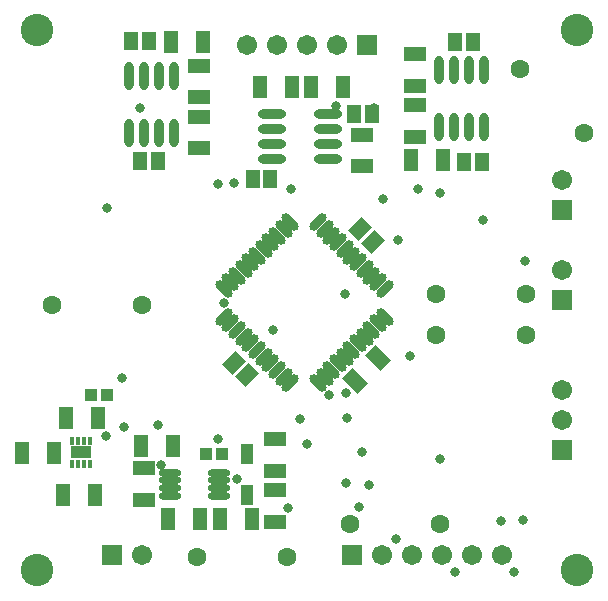
<source format=gbr>
G04 Layer_Color=8388736*
%FSLAX26Y26*%
%MOIN*%
%TF.FileFunction,Soldermask,Top*%
%TF.Part,Single*%
G01*
G75*
%TA.AperFunction,SMDPad,CuDef*%
%ADD42O,0.031622X0.094614*%
%ADD43R,0.051307X0.074929*%
%ADD44R,0.074929X0.051307*%
%ADD45R,0.041465X0.070992*%
%ADD46O,0.074929X0.025716*%
%ADD47O,0.094614X0.031622*%
G04:AMPARAMS|DCode=48|XSize=63.118mil|YSize=51.307mil|CornerRadius=0mil|HoleSize=0mil|Usage=FLASHONLY|Rotation=45.000|XOffset=0mil|YOffset=0mil|HoleType=Round|Shape=Rectangle|*
%AMROTATEDRECTD48*
4,1,4,-0.004176,-0.040456,-0.040456,-0.004176,0.004176,0.040456,0.040456,0.004176,-0.004176,-0.040456,0.0*
%
%ADD48ROTATEDRECTD48*%

%ADD49R,0.051307X0.063118*%
%ADD50R,0.039496X0.043433*%
G04:AMPARAMS|DCode=51|XSize=74.929mil|YSize=51.307mil|CornerRadius=0mil|HoleSize=0mil|Usage=FLASHONLY|Rotation=135.000|XOffset=0mil|YOffset=0mil|HoleType=Round|Shape=Rectangle|*
%AMROTATEDRECTD51*
4,1,4,0.044631,-0.008352,0.008352,-0.044631,-0.044631,0.008352,-0.008352,0.044631,0.044631,-0.008352,0.0*
%
%ADD51ROTATEDRECTD51*%

G04:AMPARAMS|DCode=52|XSize=29.654mil|YSize=70.992mil|CornerRadius=0mil|HoleSize=0mil|Usage=FLASHONLY|Rotation=135.000|XOffset=0mil|YOffset=0mil|HoleType=Round|Shape=Round|*
%AMOVALD52*
21,1,0.041339,0.029654,0.000000,0.000000,225.0*
1,1,0.029654,0.014615,0.014615*
1,1,0.029654,-0.014615,-0.014615*
%
%ADD52OVALD52*%

G04:AMPARAMS|DCode=53|XSize=29.654mil|YSize=70.992mil|CornerRadius=0mil|HoleSize=0mil|Usage=FLASHONLY|Rotation=45.000|XOffset=0mil|YOffset=0mil|HoleType=Round|Shape=Round|*
%AMOVALD53*
21,1,0.041339,0.029654,0.000000,0.000000,135.0*
1,1,0.029654,0.014615,-0.014615*
1,1,0.029654,-0.014615,0.014615*
%
%ADD53OVALD53*%

%ADD54R,0.016535X0.025197*%
%ADD55R,0.068504X0.040945*%
%TA.AperFunction,ComponentPad*%
%ADD56C,0.063118*%
%ADD57C,0.067055*%
%ADD58R,0.067055X0.067055*%
%ADD59R,0.067055X0.067055*%
%TA.AperFunction,ViaPad*%
%ADD60C,0.108000*%
%ADD61C,0.033000*%
%ADD62C,0.025197*%
D42*
X2541472Y2578362D02*
D03*
X2591472D02*
D03*
X2491472D02*
D03*
X2441472D02*
D03*
X2541472Y2767338D02*
D03*
X2591472D02*
D03*
X2491472D02*
D03*
X2441472D02*
D03*
X1558528Y2748488D02*
D03*
X1508528D02*
D03*
X1458528D02*
D03*
X1408528D02*
D03*
Y2559512D02*
D03*
X1458528D02*
D03*
X1508528D02*
D03*
X1558528D02*
D03*
D43*
X1294764Y1352322D02*
D03*
X1158150Y1490000D02*
D03*
X1188464Y1352322D02*
D03*
X1051852Y1490000D02*
D03*
X1198850Y1609000D02*
D03*
X1305150D02*
D03*
X1446850Y1515000D02*
D03*
X1553150D02*
D03*
X1536850Y1270000D02*
D03*
X1643150D02*
D03*
X1711850D02*
D03*
X1818150D02*
D03*
X2453150Y2466850D02*
D03*
X2346850D02*
D03*
X2121300Y2710000D02*
D03*
X2015000D02*
D03*
X1951300D02*
D03*
X1845000D02*
D03*
X1653150Y2860000D02*
D03*
X1546850D02*
D03*
D44*
X1456850Y1335000D02*
D03*
Y1441300D02*
D03*
X1895000Y1261850D02*
D03*
Y1368150D02*
D03*
Y1431850D02*
D03*
Y1538150D02*
D03*
X2183150Y2446850D02*
D03*
Y2553150D02*
D03*
X2360000Y2543700D02*
D03*
Y2650000D02*
D03*
Y2713700D02*
D03*
Y2820000D02*
D03*
X1640000Y2783150D02*
D03*
Y2676850D02*
D03*
Y2613150D02*
D03*
Y2506850D02*
D03*
D45*
X1800000Y1353070D02*
D03*
Y1486930D02*
D03*
D46*
X1544174Y1349764D02*
D03*
Y1375354D02*
D03*
Y1400944D02*
D03*
Y1426536D02*
D03*
X1709528Y1375354D02*
D03*
Y1349764D02*
D03*
Y1400944D02*
D03*
Y1426536D02*
D03*
D47*
X2072638Y2470000D02*
D03*
Y2520000D02*
D03*
Y2570000D02*
D03*
Y2620000D02*
D03*
X1883662D02*
D03*
Y2570000D02*
D03*
Y2520000D02*
D03*
Y2470000D02*
D03*
D48*
X1758242Y1791758D02*
D03*
X1800000Y1750000D02*
D03*
X2220000Y2195000D02*
D03*
X2178242Y2236758D02*
D03*
D49*
X1820000Y2405000D02*
D03*
X1879056D02*
D03*
X2158622Y2620000D02*
D03*
X2217678D02*
D03*
X2495472Y2861850D02*
D03*
X2554528D02*
D03*
X2525472Y2461850D02*
D03*
X2584528D02*
D03*
X1504528Y2465000D02*
D03*
X1445472D02*
D03*
X1474528Y2865000D02*
D03*
X1415472D02*
D03*
D50*
X1664292Y1488150D02*
D03*
X1719410D02*
D03*
X1335558Y1686000D02*
D03*
X1280440D02*
D03*
D51*
X2162418Y1732416D02*
D03*
X2237584Y1807582D02*
D03*
D52*
X1879318Y1790488D02*
D03*
X1901590Y1768218D02*
D03*
X1923860Y1745946D02*
D03*
X1946132Y1723676D02*
D03*
X1857048Y1812760D02*
D03*
X1834776Y1835030D02*
D03*
X1812506Y1857302D02*
D03*
X1767964Y1901844D02*
D03*
X1745692Y1924114D02*
D03*
X1723420Y1946386D02*
D03*
X1790234Y1879572D02*
D03*
X2171626Y2127338D02*
D03*
X2193898Y2105068D02*
D03*
X2149356Y2149610D02*
D03*
X2127084Y2171880D02*
D03*
X2104814Y2194152D02*
D03*
X2216168Y2082796D02*
D03*
X2238440Y2060526D02*
D03*
X2260710Y2038254D02*
D03*
X2082542Y2216422D02*
D03*
X2060272Y2238694D02*
D03*
X2038000Y2260964D02*
D03*
D53*
X2038000Y1723676D02*
D03*
X2060272Y1745946D02*
D03*
X2082542Y1768218D02*
D03*
X2104814Y1790488D02*
D03*
X2127084Y1812760D02*
D03*
X2149356Y1835030D02*
D03*
X2171626Y1857302D02*
D03*
X2193898Y1879572D02*
D03*
X2216168Y1901844D02*
D03*
X2238440Y1924114D02*
D03*
X2260710Y1946386D02*
D03*
X1901590Y2216422D02*
D03*
X1923860Y2238694D02*
D03*
X1946132Y2260966D02*
D03*
X1879318Y2194152D02*
D03*
X1857048Y2171880D02*
D03*
X1834776Y2149610D02*
D03*
X1812506Y2127338D02*
D03*
X1790234Y2105068D02*
D03*
X1767964Y2082796D02*
D03*
X1745692Y2060526D02*
D03*
X1723420Y2038254D02*
D03*
D54*
X1219472Y1456598D02*
D03*
X1239158D02*
D03*
X1258842D02*
D03*
X1278528D02*
D03*
Y1531402D02*
D03*
X1258842D02*
D03*
X1239158D02*
D03*
X1219472D02*
D03*
D55*
X1249000Y1494000D02*
D03*
D56*
X1635000Y1145000D02*
D03*
X1935000D02*
D03*
X2145000Y1255000D02*
D03*
X2445000D02*
D03*
X2730000Y1885000D02*
D03*
Y2020000D02*
D03*
X2430000D02*
D03*
Y1885000D02*
D03*
X2924066Y2558934D02*
D03*
X2711934Y2771066D02*
D03*
X1450000Y1985000D02*
D03*
X1150000D02*
D03*
D57*
X1450000Y1150000D02*
D03*
X2250000D02*
D03*
X2350000D02*
D03*
X2450000D02*
D03*
X2550000D02*
D03*
X2650000D02*
D03*
X2850000Y1600000D02*
D03*
Y1700000D02*
D03*
Y2100000D02*
D03*
Y2400000D02*
D03*
X2100000Y2850000D02*
D03*
X2000000D02*
D03*
X1900000D02*
D03*
X1800000D02*
D03*
D58*
X2850000Y1500000D02*
D03*
Y2000000D02*
D03*
Y2300000D02*
D03*
D59*
X1350000Y1150000D02*
D03*
X2150000D02*
D03*
X2200000Y2850000D02*
D03*
D60*
X1100000Y1100000D02*
D03*
X2900000D02*
D03*
Y2900000D02*
D03*
X1100000D02*
D03*
D61*
X1513000Y1452000D02*
D03*
X1504000Y1585000D02*
D03*
X1769000Y1404000D02*
D03*
X1704000Y1538000D02*
D03*
X1938000Y1307000D02*
D03*
X2173000Y1312000D02*
D03*
X2131000Y1390000D02*
D03*
X2299000Y1204000D02*
D03*
X2209000Y1386000D02*
D03*
X2185000Y1496000D02*
D03*
X2002000Y1521000D02*
D03*
X2134000Y1607000D02*
D03*
X2131000Y1692000D02*
D03*
X2073000Y1686000D02*
D03*
X1977000Y1605000D02*
D03*
X1888000Y1902000D02*
D03*
X1723420Y1993000D02*
D03*
X2128000Y2020000D02*
D03*
X2343000Y1815000D02*
D03*
X2444000Y1473000D02*
D03*
X2649000Y1264000D02*
D03*
X2720000Y1267000D02*
D03*
X2692000Y1094000D02*
D03*
X2496000D02*
D03*
X2727000Y2133000D02*
D03*
X2587000Y2269000D02*
D03*
X2443000Y2359000D02*
D03*
X2372000Y2373000D02*
D03*
X2303000Y2201000D02*
D03*
X2254000Y2338000D02*
D03*
X2223000Y2640000D02*
D03*
X2099000Y2648000D02*
D03*
X1949000Y2371000D02*
D03*
X1759000Y2392000D02*
D03*
X1703000Y2388000D02*
D03*
X1446000Y2641000D02*
D03*
X1336000Y2307000D02*
D03*
X1385000Y1741000D02*
D03*
X1392000Y1579000D02*
D03*
X1331000Y1549000D02*
D03*
D62*
X1233252Y1494000D02*
D03*
X1264748D02*
D03*
%TF.MD5,b47eeae01777f0a7d15b9f7d794c2b1b*%
M02*

</source>
